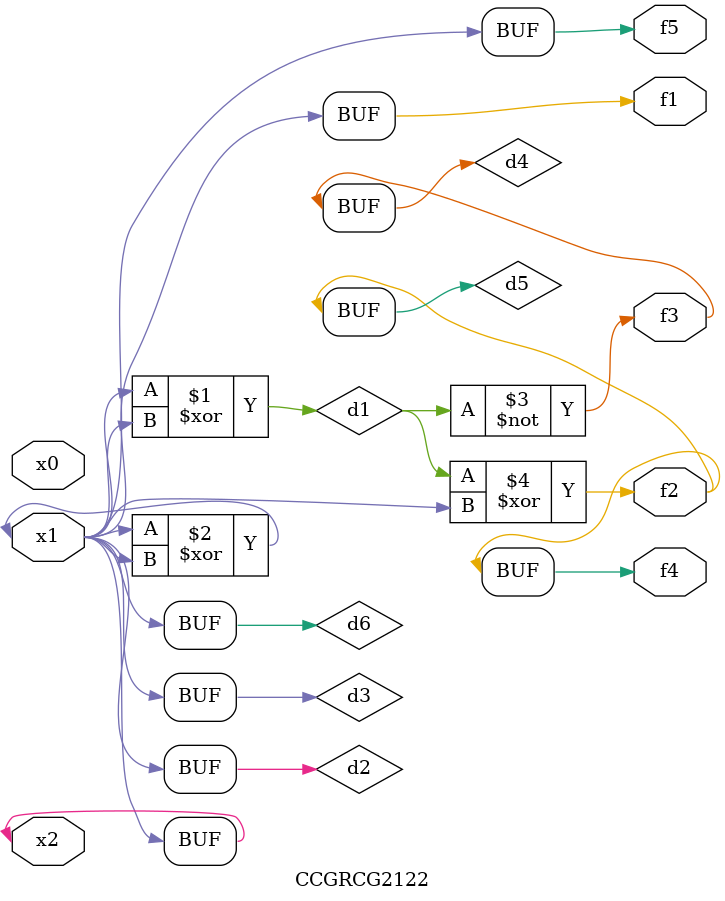
<source format=v>
module CCGRCG2122(
	input x0, x1, x2,
	output f1, f2, f3, f4, f5
);

	wire d1, d2, d3, d4, d5, d6;

	xor (d1, x1, x2);
	buf (d2, x1, x2);
	xor (d3, x1, x2);
	nor (d4, d1);
	xor (d5, d1, d2);
	buf (d6, d2, d3);
	assign f1 = d6;
	assign f2 = d5;
	assign f3 = d4;
	assign f4 = d5;
	assign f5 = d6;
endmodule

</source>
